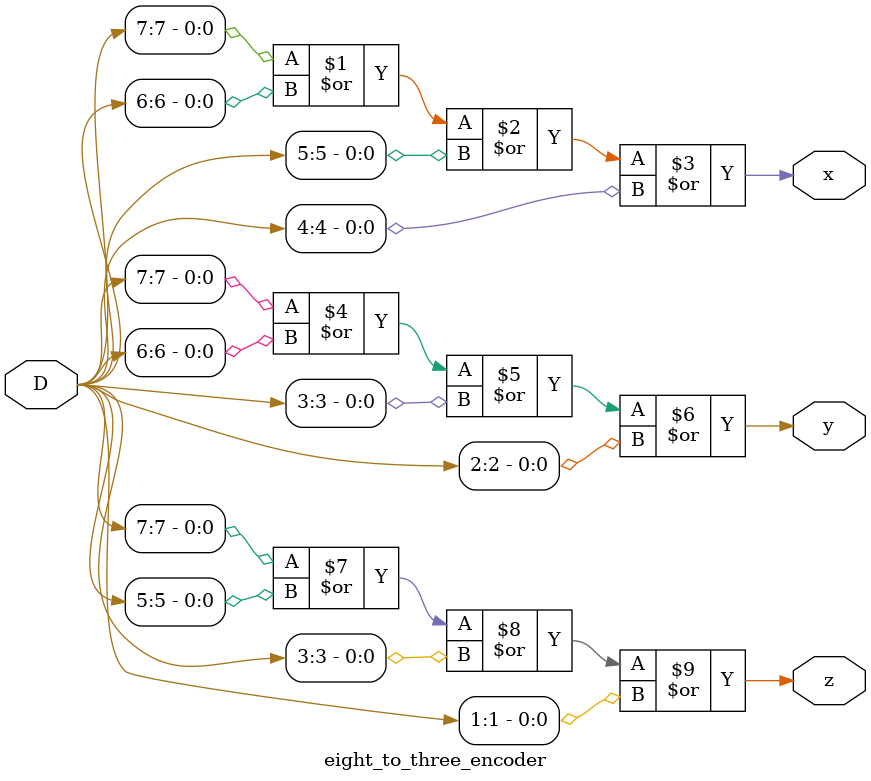
<source format=v>
module eight_to_three_encoder
(
	D,
	x,
	y,
	z
);

	input [7:0] D;
	output x, y, z;

	assign x = D[7] | D[6] | D[5] | D[4];
	assign y = D[7] | D[6] | D[3] | D[2];
	assign z = D[7] | D[5] | D[3] | D[1];

endmodule

</source>
